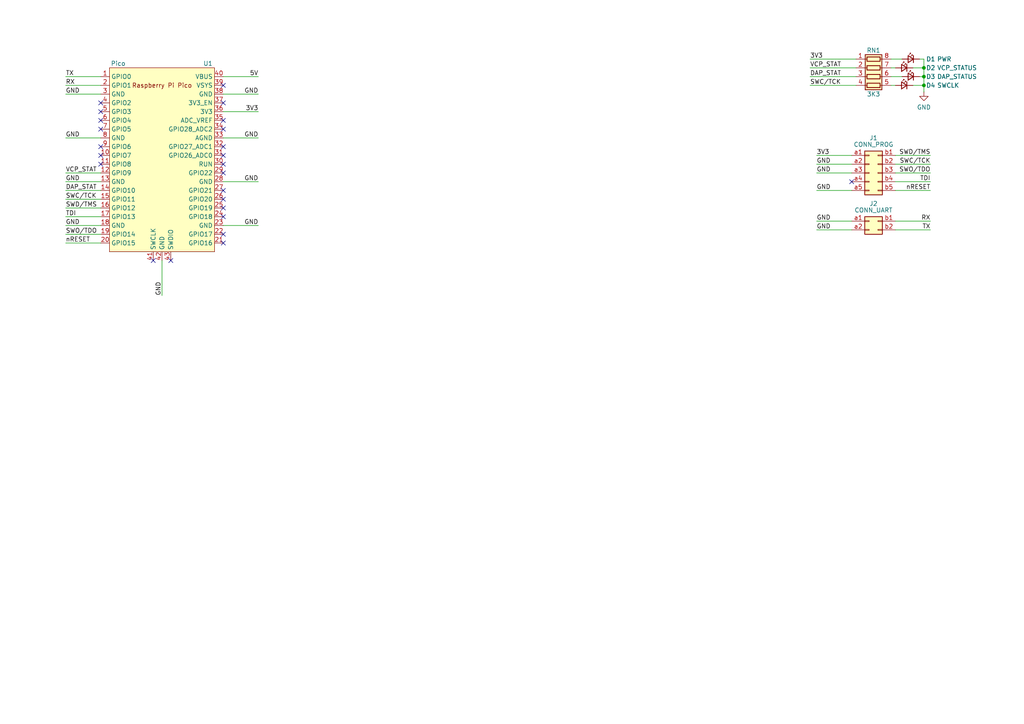
<source format=kicad_sch>
(kicad_sch (version 20231120) (generator "eeschema") (generator_version "8.0")
  (paper "A4")
  (title_block (title "Pico-DAP-Fullsize") (date "2024-11-23") (rev "MkI") (company "ADBeta") (comment 1 "A Pico-DAP using the Official Pi Pico"))
  (lib_symbols
    (symbol "Connector_Generic:Conn_02x02_Row_Letter_First" (pin_names (offset 1.016) hide)
      (property "Reference" "J" (at 1.27 2.54 0))
      (property "Value" "Conn_02x02_Row_Letter_First" (at 1.27 -5.08 0))
      (symbol "Conn_02x02_Row_Letter_First_1_1"
        (rectangle (start -1.27 -2.413) (end 0 -2.667) (stroke (width 0.1524)))
        (rectangle (start -1.27 0.127) (end 0 -0.127) (stroke (width 0.1524)))
        (rectangle (start -1.27 1.27) (end 3.81 -3.81) (stroke (width 0.254)) (fill (type background)))
        (rectangle (start 3.81 -2.413) (end 2.54 -2.667) (stroke (width 0.1524)))
        (rectangle (start 3.81 0.127) (end 2.54 -0.127) (stroke (width 0.1524)))
        (pin passive line (at -5.08 0 0) (length 3.81) (name "Pin_a1") (number "a1"))
        (pin passive line (at -5.08 -2.54 0) (length 3.81) (name "Pin_a2") (number "a2"))
        (pin passive line (at 7.62 0 180) (length 3.81) (name "Pin_b1") (number "b1"))
        (pin passive line (at 7.62 -2.54 180) (length 3.81) (name "Pin_b2") (number "b2"))
      )
    )
    (symbol "Connector_Generic:Conn_02x05_Row_Letter_First" (pin_names (offset 1.016) hide)
      (property "Reference" "J" (at 1.27 7.62 0))
      (property "Value" "Conn_02x05_Row_Letter_First" (at 1.27 -7.62 0))
      (symbol "Conn_02x05_Row_Letter_First_1_1"
        (rectangle (start -1.27 -4.953) (end 0 -5.207) (stroke (width 0.1524)))
        (rectangle (start -1.27 -2.413) (end 0 -2.667) (stroke (width 0.1524)))
        (rectangle (start -1.27 0.127) (end 0 -0.127) (stroke (width 0.1524)))
        (rectangle (start -1.27 2.667) (end 0 2.413) (stroke (width 0.1524)))
        (rectangle (start -1.27 5.207) (end 0 4.953) (stroke (width 0.1524)))
        (rectangle (start -1.27 6.35) (end 3.81 -6.35) (stroke (width 0.254)) (fill (type background)))
        (rectangle (start 3.81 -4.953) (end 2.54 -5.207) (stroke (width 0.1524)))
        (rectangle (start 3.81 -2.413) (end 2.54 -2.667) (stroke (width 0.1524)))
        (rectangle (start 3.81 0.127) (end 2.54 -0.127) (stroke (width 0.1524)))
        (rectangle (start 3.81 2.667) (end 2.54 2.413) (stroke (width 0.1524)))
        (rectangle (start 3.81 5.207) (end 2.54 4.953) (stroke (width 0.1524)))
        (pin passive line (at -5.08 5.08 0) (length 3.81) (name "Pin_a1") (number "a1"))
        (pin passive line (at -5.08 2.54 0) (length 3.81) (name "Pin_a2") (number "a2"))
        (pin passive line (at -5.08 0 0) (length 3.81) (name "Pin_a3") (number "a3"))
        (pin passive line (at -5.08 -2.54 0) (length 3.81) (name "Pin_a4") (number "a4"))
        (pin passive line (at -5.08 -5.08 0) (length 3.81) (name "Pin_a5") (number "a5"))
        (pin passive line (at 7.62 5.08 180) (length 3.81) (name "Pin_b1") (number "b1"))
        (pin passive line (at 7.62 2.54 180) (length 3.81) (name "Pin_b2") (number "b2"))
        (pin passive line (at 7.62 0 180) (length 3.81) (name "Pin_b3") (number "b3"))
        (pin passive line (at 7.62 -2.54 180) (length 3.81) (name "Pin_b4") (number "b4"))
        (pin passive line (at 7.62 -5.08 180) (length 3.81) (name "Pin_b5") (number "b5"))
      )
    )
    (symbol "Device:LED_Small" (pin_numbers hide) (pin_names (offset 0.254) hide)
      (property "Reference" "D" (at -1.27 3.175 0))
      (property "Value" "LED_Small" (at -4.445 -2.54 0))
      (symbol "LED_Small_0_1"
        (polyline (pts (xy -0.762 -1.016) (xy -0.762 1.016)) (stroke (width 0.254)))
        (polyline (pts (xy 1.016 0) (xy -0.762 0)))
        (polyline (pts (xy 0.762 -1.016) (xy -0.762 0) (xy 0.762 1.016) (xy 0.762 -1.016)) (stroke (width 0.254)))
        (polyline (pts (xy 0 0.762) (xy -0.508 1.27) (xy -0.254 1.27) (xy -0.508 1.27) (xy -0.508 1.016)))
        (polyline (pts (xy 0.508 1.27) (xy 0 1.778) (xy 0.254 1.778) (xy 0 1.778) (xy 0 1.524)))
      )
      (symbol "LED_Small_1_1"
        (pin passive line (at -2.54 0 0) (length 1.778) (name "K") (number "1"))
        (pin passive line (at 2.54 0 180) (length 1.778) (name "A") (number "2"))
      )
    )
    (symbol "Device:R_Pack04" (pin_names (offset 0) hide)
      (property "Reference" "RN" (at -7.62 0 90))
      (property "Value" "R_Pack04" (at 5.08 0 90))
      (symbol "R_Pack04_0_1"
        (rectangle (start -6.35 -2.413) (end 3.81 2.413) (stroke (width 0.254)) (fill (type background)))
        (rectangle (start -5.715 1.905) (end -4.445 -1.905) (stroke (width 0.254)))
        (rectangle (start -3.175 1.905) (end -1.905 -1.905) (stroke (width 0.254)))
        (rectangle (start -0.635 1.905) (end 0.635 -1.905) (stroke (width 0.254)))
        (polyline (pts (xy -5.08 -2.54) (xy -5.08 -1.905)))
        (polyline (pts (xy -5.08 1.905) (xy -5.08 2.54)))
        (polyline (pts (xy -2.54 -2.54) (xy -2.54 -1.905)))
        (polyline (pts (xy -2.54 1.905) (xy -2.54 2.54)))
        (polyline (pts (xy 0 -2.54) (xy 0 -1.905)))
        (polyline (pts (xy 0 1.905) (xy 0 2.54)))
        (polyline (pts (xy 2.54 -2.54) (xy 2.54 -1.905)))
        (polyline (pts (xy 2.54 1.905) (xy 2.54 2.54)))
        (rectangle (start 1.905 1.905) (end 3.175 -1.905) (stroke (width 0.254)))
      )
      (symbol "R_Pack04_1_1"
        (pin passive line (at -5.08 -5.08 90) (length 2.54) (name "R1.1") (number "1"))
        (pin passive line (at -2.54 -5.08 90) (length 2.54) (name "R2.1") (number "2"))
        (pin passive line (at 0 -5.08 90) (length 2.54) (name "R3.1") (number "3"))
        (pin passive line (at 2.54 -5.08 90) (length 2.54) (name "R4.1") (number "4"))
        (pin passive line (at 2.54 5.08 270) (length 2.54) (name "R4.2") (number "5"))
        (pin passive line (at 0 5.08 270) (length 2.54) (name "R3.2") (number "6"))
        (pin passive line (at -2.54 5.08 270) (length 2.54) (name "R2.2") (number "7"))
        (pin passive line (at -5.08 5.08 270) (length 2.54) (name "R1.2") (number "8"))
      )
    )
    (symbol "MCU_RaspberryPi_and_Boards:Pico"
      (property "Reference" "U" (at -13.97 27.94 0))
      (property "Value" "Pico" (at 0 19.05 0))
      (symbol "Pico_0_0"
        (text "Raspberry Pi Pico" (at 0 21.59 0) (effects (font (size 1.27 1.27))))
      )
      (symbol "Pico_0_1"
        (rectangle (start -15.24 26.67) (end 15.24 -26.67) (fill (type background)))
      )
      (symbol "Pico_1_1"
        (pin bidirectional line (at -17.78 24.13 0) (length 2.54) (name "GPIO0") (number "1"))
        (pin bidirectional line (at -17.78 1.27 0) (length 2.54) (name "GPIO7") (number "10"))
        (pin bidirectional line (at -17.78 -1.27 0) (length 2.54) (name "GPIO8") (number "11"))
        (pin bidirectional line (at -17.78 -3.81 0) (length 2.54) (name "GPIO9") (number "12"))
        (pin power_in line (at -17.78 -6.35 0) (length 2.54) (name "GND") (number "13"))
        (pin bidirectional line (at -17.78 -8.89 0) (length 2.54) (name "GPIO10") (number "14"))
        (pin bidirectional line (at -17.78 -11.43 0) (length 2.54) (name "GPIO11") (number "15"))
        (pin bidirectional line (at -17.78 -13.97 0) (length 2.54) (name "GPIO12") (number "16"))
        (pin bidirectional line (at -17.78 -16.51 0) (length 2.54) (name "GPIO13") (number "17"))
        (pin power_in line (at -17.78 -19.05 0) (length 2.54) (name "GND") (number "18"))
        (pin bidirectional line (at -17.78 -21.59 0) (length 2.54) (name "GPIO14") (number "19"))
        (pin bidirectional line (at -17.78 21.59 0) (length 2.54) (name "GPIO1") (number "2"))
        (pin bidirectional line (at -17.78 -24.13 0) (length 2.54) (name "GPIO15") (number "20"))
        (pin bidirectional line (at 17.78 -24.13 180) (length 2.54) (name "GPIO16") (number "21"))
        (pin bidirectional line (at 17.78 -21.59 180) (length 2.54) (name "GPIO17") (number "22"))
        (pin power_in line (at 17.78 -19.05 180) (length 2.54) (name "GND") (number "23"))
        (pin bidirectional line (at 17.78 -16.51 180) (length 2.54) (name "GPIO18") (number "24"))
        (pin bidirectional line (at 17.78 -13.97 180) (length 2.54) (name "GPIO19") (number "25"))
        (pin bidirectional line (at 17.78 -11.43 180) (length 2.54) (name "GPIO20") (number "26"))
        (pin bidirectional line (at 17.78 -8.89 180) (length 2.54) (name "GPIO21") (number "27"))
        (pin power_in line (at 17.78 -6.35 180) (length 2.54) (name "GND") (number "28"))
        (pin bidirectional line (at 17.78 -3.81 180) (length 2.54) (name "GPIO22") (number "29"))
        (pin power_in line (at -17.78 19.05 0) (length 2.54) (name "GND") (number "3"))
        (pin input line (at 17.78 -1.27 180) (length 2.54) (name "RUN") (number "30"))
        (pin bidirectional line (at 17.78 1.27 180) (length 2.54) (name "GPIO26_ADC0") (number "31"))
        (pin bidirectional line (at 17.78 3.81 180) (length 2.54) (name "GPIO27_ADC1") (number "32"))
        (pin power_in line (at 17.78 6.35 180) (length 2.54) (name "AGND") (number "33"))
        (pin bidirectional line (at 17.78 8.89 180) (length 2.54) (name "GPIO28_ADC2") (number "34"))
        (pin power_in line (at 17.78 11.43 180) (length 2.54) (name "ADC_VREF") (number "35"))
        (pin power_in line (at 17.78 13.97 180) (length 2.54) (name "3V3") (number "36"))
        (pin input line (at 17.78 16.51 180) (length 2.54) (name "3V3_EN") (number "37"))
        (pin bidirectional line (at 17.78 19.05 180) (length 2.54) (name "GND") (number "38"))
        (pin power_in line (at 17.78 21.59 180) (length 2.54) (name "VSYS") (number "39"))
        (pin bidirectional line (at -17.78 16.51 0) (length 2.54) (name "GPIO2") (number "4"))
        (pin power_in line (at 17.78 24.13 180) (length 2.54) (name "VBUS") (number "40"))
        (pin input line (at -2.54 -29.21 90) (length 2.54) (name "SWCLK") (number "41"))
        (pin power_in line (at 0 -29.21 90) (length 2.54) (name "GND") (number "42"))
        (pin bidirectional line (at 2.54 -29.21 90) (length 2.54) (name "SWDIO") (number "43"))
        (pin bidirectional line (at -17.78 13.97 0) (length 2.54) (name "GPIO3") (number "5"))
        (pin bidirectional line (at -17.78 11.43 0) (length 2.54) (name "GPIO4") (number "6"))
        (pin bidirectional line (at -17.78 8.89 0) (length 2.54) (name "GPIO5") (number "7"))
        (pin power_in line (at -17.78 6.35 0) (length 2.54) (name "GND") (number "8"))
        (pin bidirectional line (at -17.78 3.81 0) (length 2.54) (name "GPIO6") (number "9"))
      )
    )
    (symbol "power:GND" (power) (pin_numbers hide) (pin_names (offset 0) hide)
      (property "Value" "GND" (at 0 -3.81 0))
      (symbol "GND_0_1"
        (polyline (pts (xy 0 0) (xy 0 -1.27) (xy 1.27 -1.27) (xy 0 -2.54) (xy -1.27 -1.27) (xy 0 -1.27)))
      )
      (symbol "GND_1_1"
        (pin power_in line (at 0 0 270) (length 0) (name "~") (number "1"))
      )
    )
  )
  (junction (at 267.97 19.685))
  (junction (at 267.97 22.225))
  (junction (at 267.97 24.765))
  (no_connect (at 64.77 24.765))
  (no_connect (at 247.015 52.705))
  (no_connect (at 29.21 47.625))
  (no_connect (at 64.77 50.165))
  (no_connect (at 64.77 45.085))
  (no_connect (at 64.77 62.865))
  (no_connect (at 44.45 75.565))
  (no_connect (at 29.21 34.925))
  (no_connect (at 64.77 60.325))
  (no_connect (at 29.21 32.385))
  (no_connect (at 64.77 29.845))
  (no_connect (at 29.21 45.085))
  (no_connect (at 29.21 42.545))
  (no_connect (at 64.77 37.465))
  (no_connect (at 49.53 75.565))
  (no_connect (at 64.77 67.945))
  (no_connect (at 64.77 70.485))
  (no_connect (at 64.77 55.245))
  (no_connect (at 29.21 37.465))
  (no_connect (at 64.77 42.545))
  (no_connect (at 29.21 29.845))
  (no_connect (at 64.77 57.785))
  (no_connect (at 64.77 47.625))
  (no_connect (at 64.77 34.925))
  (wire (pts (xy 74.93 22.225) (xy 64.77 22.225)))
  (wire (pts (xy 29.21 62.865) (xy 19.05 62.865)))
  (wire (pts (xy 266.7 22.225) (xy 267.97 22.225)))
  (wire (pts (xy 236.855 55.245) (xy 247.015 55.245)))
  (wire (pts (xy 19.05 67.945) (xy 29.21 67.945)))
  (wire (pts (xy 264.795 19.685) (xy 267.97 19.685)))
  (wire (pts (xy 234.95 19.685) (xy 248.285 19.685)))
  (wire (pts (xy 236.855 50.165) (xy 247.015 50.165)))
  (wire (pts (xy 269.875 50.165) (xy 259.715 50.165)))
  (wire (pts (xy 74.93 52.705) (xy 64.77 52.705)))
  (wire (pts (xy 74.93 32.385) (xy 64.77 32.385)))
  (wire (pts (xy 19.05 40.005) (xy 29.21 40.005)))
  (wire (pts (xy 267.97 19.685) (xy 267.97 22.225)))
  (wire (pts (xy 269.875 52.705) (xy 259.715 52.705)))
  (wire (pts (xy 258.445 17.145) (xy 261.62 17.145)))
  (wire (pts (xy 236.855 64.135) (xy 247.015 64.135)))
  (wire (pts (xy 29.21 55.245) (xy 19.05 55.245)))
  (wire (pts (xy 19.05 27.305) (xy 29.21 27.305)))
  (wire (pts (xy 234.95 22.225) (xy 248.285 22.225)))
  (wire (pts (xy 29.21 22.225) (xy 19.05 22.225)))
  (wire (pts (xy 74.93 27.305) (xy 64.77 27.305)))
  (wire (pts (xy 267.97 22.225) (xy 267.97 24.765)))
  (wire (pts (xy 258.445 19.685) (xy 259.715 19.685)))
  (wire (pts (xy 29.21 57.785) (xy 19.05 57.785)))
  (wire (pts (xy 267.97 17.145) (xy 267.97 19.685)))
  (wire (pts (xy 19.05 70.485) (xy 29.21 70.485)))
  (wire (pts (xy 269.875 66.675) (xy 259.715 66.675)))
  (wire (pts (xy 19.05 52.705) (xy 29.21 52.705)))
  (wire (pts (xy 236.855 47.625) (xy 247.015 47.625)))
  (wire (pts (xy 269.875 45.085) (xy 259.715 45.085)))
  (wire (pts (xy 74.93 65.405) (xy 64.77 65.405)))
  (wire (pts (xy 269.875 47.625) (xy 259.715 47.625)))
  (wire (pts (xy 74.93 40.005) (xy 64.77 40.005)))
  (wire (pts (xy 269.875 55.245) (xy 259.715 55.245)))
  (wire (pts (xy 258.445 24.765) (xy 259.715 24.765)))
  (wire (pts (xy 236.855 66.675) (xy 247.015 66.675)))
  (wire (pts (xy 29.21 24.765) (xy 19.05 24.765)))
  (wire (pts (xy 29.21 60.325) (xy 19.05 60.325)))
  (wire (pts (xy 29.21 50.165) (xy 19.05 50.165)))
  (wire (pts (xy 267.97 24.765) (xy 267.97 26.67)))
  (wire (pts (xy 46.99 85.725) (xy 46.99 75.565)))
  (wire (pts (xy 236.855 45.085) (xy 247.015 45.085)))
  (wire (pts (xy 234.95 24.765) (xy 248.285 24.765)))
  (wire (pts (xy 269.875 64.135) (xy 259.715 64.135)))
  (wire (pts (xy 234.95 17.145) (xy 248.285 17.145)))
  (wire (pts (xy 258.445 22.225) (xy 261.62 22.225)))
  (wire (pts (xy 19.05 65.405) (xy 29.21 65.405)))
  (wire (pts (xy 264.795 24.765) (xy 267.97 24.765)))
  (wire (pts (xy 266.7 17.145) (xy 267.97 17.145)))
  (label "DAP_STAT" (at 19.05 55.245 0))
  (label "GND" (at 19.05 52.705 0))
  (label "nRESET" (at 19.05 70.485 0))
  (label "TX" (at 269.875 66.675 180))
  (label "5V" (at 74.93 22.225 180))
  (label "VCP_STAT" (at 234.95 19.685 0))
  (label "GND" (at 236.855 64.135 0))
  (label "SWD{slash}TMS" (at 269.875 45.085 180))
  (label "GND" (at 19.05 40.005 0))
  (label "GND" (at 19.05 27.305 0))
  (label "GND" (at 74.93 40.005 180))
  (label "3V3" (at 236.855 45.085 0))
  (label "SWC{slash}TCK" (at 19.05 57.785 0))
  (label "GND" (at 236.855 55.245 0))
  (label "TDI" (at 19.05 62.865 0))
  (label "SWC{slash}TCK" (at 234.95 24.765 0))
  (label "RX" (at 269.875 64.135 180))
  (label "SWO{slash}TDO" (at 269.875 50.165 180))
  (label "GND" (at 19.05 65.405 0))
  (label "GND" (at 74.93 27.305 180))
  (label "DAP_STAT" (at 234.95 22.225 0))
  (label "GND" (at 74.93 65.405 180))
  (label "3V3" (at 234.95 17.145 0))
  (label "SWO{slash}TDO" (at 19.05 67.945 0))
  (label "nRESET" (at 269.875 55.245 180))
  (label "TX" (at 19.05 22.225 0))
  (label "GND" (at 74.93 52.705 180))
  (label "SWD{slash}TMS" (at 19.05 60.325 0))
  (label "RX" (at 19.05 24.765 0))
  (label "GND" (at 46.99 85.725 90))
  (label "GND" (at 236.855 66.675 0))
  (label "GND" (at 236.855 47.625 0))
  (label "3V3" (at 74.93 32.385 180))
  (label "SWC{slash}TCK" (at 269.875 47.625 180))
  (label "TDI" (at 269.875 52.705 180))
  (label "VCP_STAT" (at 19.05 50.165 0))
  (label "GND" (at 236.855 50.165 0))
  (symbol (lib_id "Device:LED_Small") (at 262.255 24.765 0) (mirror y) (unit 1)
    (property "Reference" "D4" (at 268.605 24.765 0) (effects (justify right)))
    (property "Value" "SWCLK" (at 271.78 24.765 0) (effects (justify right)))
    (property "Footprint" "LED_SMD:LED_0402_1005Metric_Pad0.77x0.64mm_HandSolder" (effects (hide yes)))
    (property "Description" "Light emitting diode, small symbol" (effects (hide yes)))
  )
  (symbol (lib_id "MCU_RaspberryPi_and_Boards:Pico") (at 46.99 46.355 0) (unit 1)
    (property "Reference" "U1" (at 60.325 18.415 0))
    (property "Value" "Pico" (at 34.29 18.415 0))
    (property "Footprint" "Footprints:RPi_Pico_SMD_TH" (effects (hide yes)))
  )
  (symbol (lib_id "Device:LED_Small") (at 264.16 22.225 0) (mirror y) (unit 1)
    (property "Reference" "D3" (at 268.605 22.225 0) (effects (justify right)))
    (property "Value" "DAP_STATUS" (at 271.78 22.225 0) (effects (justify right)))
    (property "Footprint" "LED_SMD:LED_0402_1005Metric_Pad0.77x0.64mm_HandSolder" (effects (hide yes)))
    (property "Description" "Light emitting diode, small symbol" (effects (hide yes)))
  )
  (symbol (lib_id "Device:LED_Small") (at 264.16 17.145 0) (mirror y) (unit 1)
    (property "Reference" "D1" (at 268.605 17.145 0) (effects (justify right)))
    (property "Value" "PWR" (at 271.78 17.145 0) (effects (justify right)))
    (property "Footprint" "LED_SMD:LED_0402_1005Metric_Pad0.77x0.64mm_HandSolder" (effects (hide yes)))
    (property "Description" "Light emitting diode, small symbol" (effects (hide yes)))
  )
  (symbol (lib_id "Device:LED_Small") (at 262.255 19.685 0) (mirror y) (unit 1)
    (property "Reference" "D2" (at 268.605 19.685 0) (effects (justify right)))
    (property "Value" "VCP_STATUS" (at 271.78 19.685 0) (effects (justify right)))
    (property "Footprint" "LED_SMD:LED_0402_1005Metric_Pad0.77x0.64mm_HandSolder" (effects (hide yes)))
    (property "Description" "Light emitting diode, small symbol" (effects (hide yes)))
  )
  (symbol (lib_id "Connector_Generic:Conn_02x02_Row_Letter_First") (at 252.095 64.135 0) (unit 1)
    (property "Reference" "J2" (at 253.365 59.055 0))
    (property "Value" "CONN_UART" (at 253.365 60.96 0))
    (property "Footprint" "Footprints:Conn_2x2_Dual_Side" (effects (hide yes)))
    (property "Description" "Generic connector, double row, 02x02, row letter first pin numbering scheme (pin number consists of a letter for the row and a number for the pin index in this row. a1, ..., aN; b1, ..., bN), script generated (kicad-library-utils/schlib/autogen/connector/)" (effects (hide yes)))
  )
  (symbol (lib_id "power:GND") (at 267.97 26.67 0) (unit 1)
    (property "Reference" "#PWR01" (effects (hide yes)))
    (property "Value" "GND" (at 267.97 31.115 0))
    (property "Description" "Power symbol creates a global label with name \"GND\" , ground" (effects (hide yes)))
  )
  (symbol (lib_id "Device:R_Pack04") (at 253.365 22.225 270) (unit 1)
    (property "Reference" "RN1" (at 253.365 14.605 90))
    (property "Value" "3K3" (at 253.365 27.305 90))
    (property "Footprint" "Resistor_SMD:R_Array_Convex_4x0603" (effects (hide yes)))
    (property "Description" "4 resistor network, parallel topology" (effects (hide yes)))
  )
  (symbol (lib_id "Connector_Generic:Conn_02x05_Row_Letter_First") (at 252.095 50.165 0) (unit 1)
    (property "Reference" "J1" (at 253.365 40.005 0))
    (property "Value" "CONN_PROG" (at 253.365 41.91 0))
    (property "Footprint" "Footprints:Conn_2x5_Dual_Side" (effects (hide yes)))
    (property "Description" "Generic connector, double row, 02x05, row letter first pin numbering scheme (pin number consists of a letter for the row and a number for the pin index in this row. a1, ..., aN; b1, ..., bN), script generated (kicad-library-utils/schlib/autogen/connector/)" (effects (hide yes)))
  )
)
</source>
